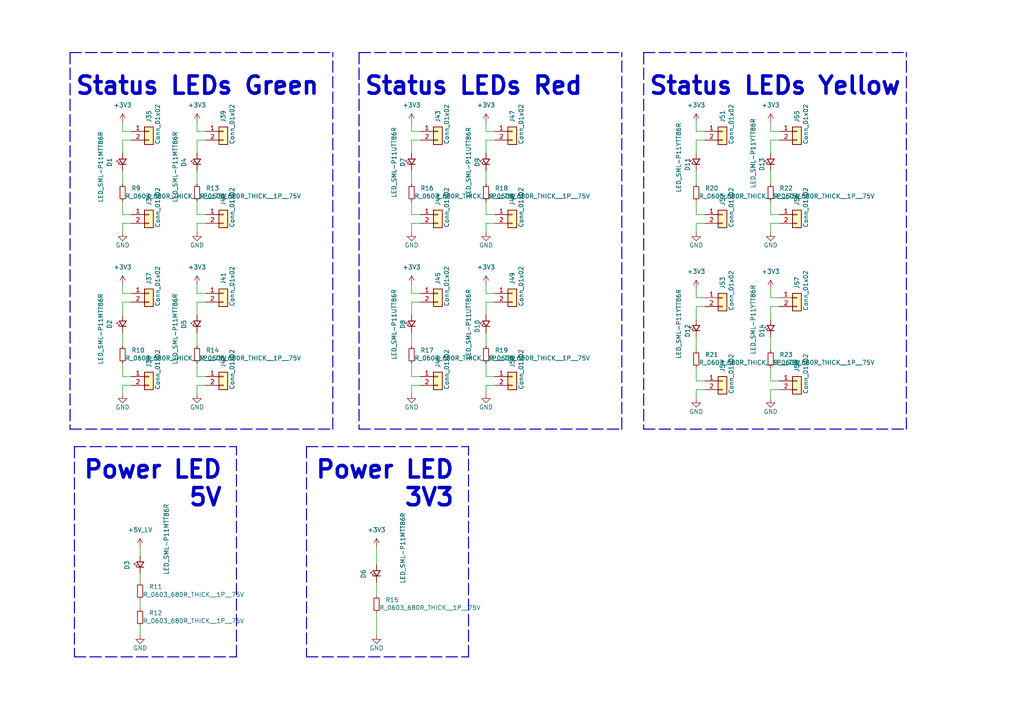
<source format=kicad_sch>
(kicad_sch (version 20211123) (generator eeschema)
  (paper "A4")
  (title_block (title "LCB-CBD-001: Dock") (date "2022-08-12") (rev "0.1") (company "PADERBORN UNIVERSITY DEPARTMENT OF POWER ELECTRONICS AND ELECTRICAL DRIVES"))
  (lib_symbols
    (symbol "LEA_SymbolLibrary:+3V3" (power) (pin_numbers hide) (pin_names (offset 0))
      (property "Value" "+3V3" (at 0 3.81 0))
      (symbol "+3V3_1_1"
        (polyline (pts (xy -0.762 1.27) (xy 0 2.54)))
        (polyline (pts (xy 0 0) (xy 0 2.54)))
        (polyline (pts (xy 0 2.54) (xy 0.762 1.27)))
        (pin power_in line (at 0 0 90) (length 0) hide (name "+3V3") (number "1"))
      )
    )
    (symbol "LEA_SymbolLibrary:+5V_LV" (power) (pin_numbers hide) (pin_names (offset 0))
      (property "Value" "+5V_LV" (at 0 5.08 0))
      (symbol "+5V_LV_1_1"
        (polyline (pts (xy -0.762 1.27) (xy 0 2.54)))
        (polyline (pts (xy 0 0) (xy 0 2.54)))
        (polyline (pts (xy 0 2.54) (xy 0.762 1.27)))
        (pin power_in line (at 0 0 90) (length 0) hide (name "+5V_LV") (number "1"))
      )
    )
    (symbol "LEA_SymbolLibrary:Conn_01x02" (pin_names (offset 1.016) hide)
      (property "Reference" "J" (at -1.27 2.54 0))
      (property "Value" "Conn_01x02" (at 0 -5.08 0))
      (symbol "Conn_01x02_1_1"
        (rectangle (start -1.27 -2.413) (end 0 -2.667) (stroke (width 0.1524)))
        (rectangle (start -1.27 0.127) (end 0 -0.127) (stroke (width 0.1524)))
        (rectangle (start -1.27 1.27) (end 1.27 -3.81) (stroke (width 0.254)) (fill (type background)))
        (pin passive line (at -5.08 0 0) (length 3.81) (name "Pin_1") (number "1"))
        (pin passive line (at -5.08 -2.54 0) (length 3.81) (name "Pin_2") (number "2"))
      )
    )
    (symbol "LEA_SymbolLibrary:GND" (power) (pin_numbers hide) (pin_names (offset 0))
      (property "Value" "GND" (at 0 -5.08 0))
      (symbol "GND_1_1"
        (polyline (pts (xy 0 0) (xy 0 -1.27) (xy 1.27 -1.27) (xy 0 -2.54) (xy -1.27 -1.27) (xy 0 -1.27)))
        (pin power_in line (at 0 0 90) (length 0) hide (name "GND") (number "1"))
      )
    )
    (symbol "LEA_SymbolLibrary:LED_0402_G_1mA_SML-P11MTT86R" (pin_numbers hide) (pin_names (offset 1.016) hide)
      (property "Reference" "D" (at 0 5.08 0))
      (property "Value" "LED_0402_G_1mA_SML-P11MTT86R" (at 0 2.54 0))
      (symbol "LED_0402_G_1mA_SML-P11MTT86R_1_1"
        (polyline (pts (xy -0.6604 -1.0414) (xy -0.6604 0.9906)) (stroke (width 0.254)))
        (polyline (pts (xy 0.8636 -1.0414) (xy -0.6604 -0.0254) (xy 0.8636 0.9906) (xy 0.8636 -1.0414)) (stroke (width 0.254)))
        (polyline (pts (xy 0.1016 0.7366) (xy -0.4064 1.2446) (xy -0.1524 1.2446) (xy -0.4064 1.2446) (xy -0.4064 0.9906)))
        (polyline (pts (xy 0.6096 1.2446) (xy 0.1016 1.7526) (xy 0.3556 1.7526) (xy 0.1016 1.7526) (xy 0.1016 1.4986)))
        (pin passive line (at 2.54 0 180) (length 1.6002) (name "A") (number "A"))
        (pin passive line (at -2.54 0 0) (length 1.778) (name "C") (number "C"))
      )
    )
    (symbol "LEA_SymbolLibrary:LED_0402_R_1mA_SML-P11UTT86R" (pin_numbers hide) (pin_names (offset 1.016) hide)
      (property "Reference" "D" (at 0 5.08 0))
      (property "Value" "LED_0402_R_1mA_SML-P11UTT86R" (at 0 2.54 0))
      (symbol "LED_0402_R_1mA_SML-P11UTT86R_1_1"
        (polyline (pts (xy -0.6604 -1.0414) (xy -0.6604 0.9906)) (stroke (width 0.254)))
        (polyline (pts (xy 0.8636 -1.0414) (xy -0.6604 -0.0254) (xy 0.8636 0.9906) (xy 0.8636 -1.0414)) (stroke (width 0.254)))
        (polyline (pts (xy 0.1016 0.7366) (xy -0.4064 1.2446) (xy -0.1524 1.2446) (xy -0.4064 1.2446) (xy -0.4064 0.9906)))
        (polyline (pts (xy 0.6096 1.2446) (xy 0.1016 1.7526) (xy 0.3556 1.7526) (xy 0.1016 1.7526) (xy 0.1016 1.4986)))
        (pin passive line (at 2.54 0 180) (length 1.6002) (name "A") (number "A"))
        (pin passive line (at -2.54 0 0) (length 1.778) (name "C") (number "C"))
      )
    )
    (symbol "LEA_SymbolLibrary:LED_0402_Y_1mA_SML-P11YTT86R" (pin_numbers hide) (pin_names (offset 1.016) hide)
      (property "Reference" "D" (at 0 5.08 0))
      (property "Value" "LED_0402_Y_1mA_SML-P11YTT86R" (at 0 2.54 0))
      (symbol "LED_0402_Y_1mA_SML-P11YTT86R_1_1"
        (polyline (pts (xy -0.6604 -1.0414) (xy -0.6604 0.9906)) (stroke (width 0.254)))
        (polyline (pts (xy 0.8636 -1.0414) (xy -0.6604 -0.0254) (xy 0.8636 0.9906) (xy 0.8636 -1.0414)) (stroke (width 0.254)))
        (polyline (pts (xy 0.1016 0.7366) (xy -0.4064 1.2446) (xy -0.1524 1.2446) (xy -0.4064 1.2446) (xy -0.4064 0.9906)))
        (polyline (pts (xy 0.6096 1.2446) (xy 0.1016 1.7526) (xy 0.3556 1.7526) (xy 0.1016 1.7526) (xy 0.1016 1.4986)))
        (pin passive line (at 2.54 0 180) (length 1.6002) (name "A") (number "A"))
        (pin passive line (at -2.54 0 0) (length 1.778) (name "C") (number "C"))
      )
    )
    (symbol "LEA_SymbolLibrary:R_0603_680R_THICK__1P__75V" (pin_numbers hide) (pin_names (offset 0.254) hide)
      (property "Reference" "R" (at 0.762 0.508 0))
      (property "Value" "R_0603_680R_THICK__1P__75V" (at 0.762 -1.016 0))
      (symbol "R_0603_680R_THICK__1P__75V_0_1"
        (rectangle (start -0.762 1.778) (end 0.762 -1.778) (stroke (width 0.2032)))
      )
      (symbol "R_0603_680R_THICK__1P__75V_1_1"
        (pin passive line (at 0 2.54 270) (length 0.762) (name "~") (number "1"))
        (pin passive line (at 0 -2.54 90) (length 0.762) (name "~") (number "2"))
      )
    )
  )
  (polyline (pts (xy 186.69 124.46) (xy 262.89 124.46)) (stroke (width 0.3) (type dash)))
  (wire (pts (xy 35.56 111.76) (xy 35.56 114.3)))
  (wire (pts (xy 204.47 113.03) (xy 201.93 113.03)))
  (wire (pts (xy 140.97 40.64) (xy 143.51 40.64)))
  (polyline (pts (xy 186.69 15.24) (xy 262.89 15.24)) (stroke (width 0.3) (type dash)))
  (polyline (pts (xy 104.14 15.24) (xy 180.34 15.24)) (stroke (width 0.3) (type dash)))
  (wire (pts (xy 223.52 106.68) (xy 223.52 110.49)))
  (wire (pts (xy 226.06 113.03) (xy 223.52 113.03)))
  (wire (pts (xy 35.56 96.52) (xy 35.56 100.33)))
  (wire (pts (xy 57.15 109.22) (xy 59.69 109.22)))
  (polyline (pts (xy 186.69 15.24) (xy 186.69 124.46)) (stroke (width 0.3) (type dash)))
  (wire (pts (xy 119.38 64.77) (xy 119.38 67.31)))
  (wire (pts (xy 35.56 38.1) (xy 38.1 38.1)))
  (wire (pts (xy 140.97 87.63) (xy 140.97 91.44)))
  (wire (pts (xy 201.93 83.82) (xy 201.93 86.36)))
  (wire (pts (xy 35.56 35.56) (xy 35.56 38.1)))
  (wire (pts (xy 38.1 111.76) (xy 35.56 111.76)))
  (wire (pts (xy 119.38 87.63) (xy 119.38 91.44)))
  (wire (pts (xy 143.51 111.76) (xy 140.97 111.76)))
  (wire (pts (xy 140.97 40.64) (xy 140.97 44.45)))
  (wire (pts (xy 201.93 40.64) (xy 201.93 44.45)))
  (polyline (pts (xy 135.89 190.5) (xy 135.89 129.54)) (stroke (width 0.3) (type dash)))
  (wire (pts (xy 35.56 64.77) (xy 35.56 67.31)))
  (wire (pts (xy 109.22 177.8) (xy 109.22 184.15)))
  (wire (pts (xy 57.15 49.53) (xy 57.15 53.34)))
  (wire (pts (xy 140.97 109.22) (xy 143.51 109.22)))
  (wire (pts (xy 119.38 87.63) (xy 121.92 87.63)))
  (wire (pts (xy 40.64 173.99) (xy 40.64 176.53)))
  (wire (pts (xy 201.93 58.42) (xy 201.93 62.23)))
  (wire (pts (xy 119.38 109.22) (xy 121.92 109.22)))
  (wire (pts (xy 119.38 82.55) (xy 119.38 85.09)))
  (wire (pts (xy 57.15 87.63) (xy 57.15 91.44)))
  (wire (pts (xy 201.93 106.68) (xy 201.93 110.49)))
  (wire (pts (xy 35.56 40.64) (xy 35.56 44.45)))
  (polyline (pts (xy 21.59 129.54) (xy 68.58 129.54)) (stroke (width 0.3) (type dash)))
  (wire (pts (xy 143.51 64.77) (xy 140.97 64.77)))
  (polyline (pts (xy 20.32 15.24) (xy 20.32 124.46)) (stroke (width 0.3) (type dash)))
  (wire (pts (xy 119.38 96.52) (xy 119.38 100.33)))
  (wire (pts (xy 201.93 62.23) (xy 204.47 62.23)))
  (wire (pts (xy 201.93 35.56) (xy 201.93 38.1)))
  (wire (pts (xy 223.52 88.9) (xy 223.52 92.71)))
  (wire (pts (xy 223.52 35.56) (xy 223.52 38.1)))
  (wire (pts (xy 201.93 64.77) (xy 201.93 67.31)))
  (wire (pts (xy 201.93 113.03) (xy 201.93 115.57)))
  (polyline (pts (xy 96.52 124.46) (xy 96.52 15.24)) (stroke (width 0.3) (type dash)))
  (wire (pts (xy 57.15 40.64) (xy 57.15 44.45)))
  (wire (pts (xy 226.06 64.77) (xy 223.52 64.77)))
  (wire (pts (xy 57.15 40.64) (xy 59.69 40.64)))
  (wire (pts (xy 119.38 40.64) (xy 121.92 40.64)))
  (wire (pts (xy 119.38 35.56) (xy 119.38 38.1)))
  (wire (pts (xy 201.93 40.64) (xy 204.47 40.64)))
  (wire (pts (xy 119.38 62.23) (xy 121.92 62.23)))
  (wire (pts (xy 201.93 49.53) (xy 201.93 53.34)))
  (polyline (pts (xy 20.32 15.24) (xy 96.52 15.24)) (stroke (width 0.3) (type dash)))
  (polyline (pts (xy 88.9 129.54) (xy 135.89 129.54)) (stroke (width 0.3) (type dash)))
  (wire (pts (xy 201.93 88.9) (xy 201.93 92.71)))
  (wire (pts (xy 59.69 111.76) (xy 57.15 111.76)))
  (wire (pts (xy 223.52 88.9) (xy 226.06 88.9)))
  (wire (pts (xy 140.97 64.77) (xy 140.97 67.31)))
  (wire (pts (xy 109.22 168.91) (xy 109.22 172.72)))
  (wire (pts (xy 119.38 85.09) (xy 121.92 85.09)))
  (wire (pts (xy 40.64 181.61) (xy 40.64 184.15)))
  (wire (pts (xy 40.64 158.75) (xy 40.64 161.29)))
  (wire (pts (xy 140.97 38.1) (xy 143.51 38.1)))
  (wire (pts (xy 119.38 105.41) (xy 119.38 109.22)))
  (wire (pts (xy 119.38 111.76) (xy 119.38 114.3)))
  (polyline (pts (xy 20.32 124.46) (xy 96.52 124.46)) (stroke (width 0.3) (type dash)))
  (wire (pts (xy 35.56 40.64) (xy 38.1 40.64)))
  (polyline (pts (xy 88.9 190.5) (xy 135.89 190.5)) (stroke (width 0.3) (type dash)))
  (wire (pts (xy 201.93 110.49) (xy 204.47 110.49)))
  (wire (pts (xy 119.38 38.1) (xy 121.92 38.1)))
  (wire (pts (xy 119.38 40.64) (xy 119.38 44.45)))
  (polyline (pts (xy 262.89 124.46) (xy 262.89 15.24)) (stroke (width 0.3) (type dash)))
  (wire (pts (xy 40.64 166.37) (xy 40.64 168.91)))
  (wire (pts (xy 57.15 96.52) (xy 57.15 100.33)))
  (wire (pts (xy 57.15 111.76) (xy 57.15 114.3)))
  (wire (pts (xy 140.97 49.53) (xy 140.97 53.34)))
  (wire (pts (xy 57.15 82.55) (xy 57.15 85.09)))
  (wire (pts (xy 119.38 58.42) (xy 119.38 62.23)))
  (wire (pts (xy 201.93 38.1) (xy 204.47 38.1)))
  (wire (pts (xy 38.1 64.77) (xy 35.56 64.77)))
  (polyline (pts (xy 104.14 124.46) (xy 180.34 124.46)) (stroke (width 0.3) (type dash)))
  (wire (pts (xy 35.56 87.63) (xy 38.1 87.63)))
  (wire (pts (xy 223.52 64.77) (xy 223.52 67.31)))
  (wire (pts (xy 57.15 105.41) (xy 57.15 109.22)))
  (wire (pts (xy 140.97 105.41) (xy 140.97 109.22)))
  (wire (pts (xy 121.92 64.77) (xy 119.38 64.77)))
  (wire (pts (xy 119.38 49.53) (xy 119.38 53.34)))
  (wire (pts (xy 223.52 38.1) (xy 226.06 38.1)))
  (wire (pts (xy 201.93 97.79) (xy 201.93 101.6)))
  (wire (pts (xy 35.56 49.53) (xy 35.56 53.34)))
  (polyline (pts (xy 180.34 124.46) (xy 180.34 15.24)) (stroke (width 0.3) (type dash)))
  (wire (pts (xy 201.93 88.9) (xy 204.47 88.9)))
  (wire (pts (xy 223.52 49.53) (xy 223.52 53.34)))
  (wire (pts (xy 223.52 97.79) (xy 223.52 101.6)))
  (polyline (pts (xy 88.9 129.54) (xy 88.9 190.5)) (stroke (width 0.3) (type dash)))
  (wire (pts (xy 223.52 83.82) (xy 223.52 86.36)))
  (wire (pts (xy 57.15 35.56) (xy 57.15 38.1)))
  (wire (pts (xy 35.56 58.42) (xy 35.56 62.23)))
  (wire (pts (xy 57.15 64.77) (xy 57.15 67.31)))
  (wire (pts (xy 201.93 86.36) (xy 204.47 86.36)))
  (wire (pts (xy 35.56 87.63) (xy 35.56 91.44)))
  (wire (pts (xy 59.69 64.77) (xy 57.15 64.77)))
  (polyline (pts (xy 21.59 129.54) (xy 21.59 190.5)) (stroke (width 0.3) (type dash)))
  (wire (pts (xy 140.97 82.55) (xy 140.97 85.09)))
  (polyline (pts (xy 104.14 15.24) (xy 104.14 124.46)) (stroke (width 0.3) (type dash)))
  (wire (pts (xy 57.15 38.1) (xy 59.69 38.1)))
  (wire (pts (xy 140.97 85.09) (xy 143.51 85.09)))
  (wire (pts (xy 109.22 158.75) (xy 109.22 163.83)))
  (wire (pts (xy 35.56 105.41) (xy 35.56 109.22)))
  (wire (pts (xy 57.15 87.63) (xy 59.69 87.63)))
  (wire (pts (xy 140.97 62.23) (xy 143.51 62.23)))
  (wire (pts (xy 223.52 86.36) (xy 226.06 86.36)))
  (wire (pts (xy 223.52 110.49) (xy 226.06 110.49)))
  (wire (pts (xy 223.52 40.64) (xy 223.52 44.45)))
  (wire (pts (xy 223.52 113.03) (xy 223.52 115.57)))
  (wire (pts (xy 35.56 82.55) (xy 35.56 85.09)))
  (wire (pts (xy 140.97 111.76) (xy 140.97 114.3)))
  (wire (pts (xy 121.92 111.76) (xy 119.38 111.76)))
  (polyline (pts (xy 68.58 190.5) (xy 68.58 129.54)) (stroke (width 0.3) (type dash)))
  (wire (pts (xy 223.52 62.23) (xy 226.06 62.23)))
  (wire (pts (xy 57.15 58.42) (xy 57.15 62.23)))
  (wire (pts (xy 57.15 62.23) (xy 59.69 62.23)))
  (wire (pts (xy 140.97 87.63) (xy 143.51 87.63)))
  (wire (pts (xy 35.56 62.23) (xy 38.1 62.23)))
  (wire (pts (xy 57.15 85.09) (xy 59.69 85.09)))
  (wire (pts (xy 140.97 58.42) (xy 140.97 62.23)))
  (wire (pts (xy 223.52 40.64) (xy 226.06 40.64)))
  (wire (pts (xy 140.97 96.52) (xy 140.97 100.33)))
  (wire (pts (xy 35.56 85.09) (xy 38.1 85.09)))
  (wire (pts (xy 140.97 35.56) (xy 140.97 38.1)))
  (polyline (pts (xy 21.59 190.5) (xy 68.58 190.5)) (stroke (width 0.3) (type dash)))
  (wire (pts (xy 204.47 64.77) (xy 201.93 64.77)))
  (wire (pts (xy 35.56 109.22) (xy 38.1 109.22)))
  (wire (pts (xy 223.52 58.42) (xy 223.52 62.23)))
  (text "Power LED\n5V" (at 64.77 147.32 180) (effects (font (size 5 5) (thickness 1) bold) (justify right bottom)))
  (text "Status LEDs Red" (at 105.41 27.94 0) (effects (font (size 5 5) (thickness 1) bold) (justify left bottom)))
  (text "Power LED\n3V3" (at 132.08 147.32 180) (effects (font (size 5 5) (thickness 1) bold) (justify right bottom)))
  (text "Status LEDs Yellow" (at 187.96 27.94 0) (effects (font (size 5 5) (thickness 1) bold) (justify left bottom)))
  (text "Status LEDs Green" (at 21.59 27.94 0) (effects (font (size 5 5) (thickness 1) bold) (justify left bottom)))
  (symbol (lib_id "LEA_SymbolLibrary:R_0603_680R_THICK__1P__75V") (at 119.38 55.88 0) (unit 1)
    (property "Reference" "R16" (at 121.92 54.61 0) (effects (justify left)))
    (property "Value" "R_0603_680R_THICK__1P__75V" (at 120.142 56.896 0) (effects (justify left)))
    (property "Footprint" "LEA_FootprintLibrary:R_0603" (effects hide))
    (property "Manufacturer" "Vishay" (effects hide))
    (property "manf#" "CRCW0603680RFKEAC" (effects hide))
    (property "mouser#" "71-CRCW0603680RFKEAC" (effects hide))
  )
  (symbol (lib_id "LEA_SymbolLibrary:+3V3") (at 140.97 82.55 0) (unit 1)
    (property "Reference" "#PWR048" (effects hide))
    (property "Value" "+3V3" (at 140.97 77.47 0))
  )
  (symbol (lib_id "LEA_SymbolLibrary:GND") (at 201.93 67.31 0) (unit 1)
    (property "Reference" "#PWR051" (effects hide))
    (property "Value" "GND" (at 201.93 71.12 0))
  )
  (symbol (lib_id "LEA_SymbolLibrary:LED_0402_G_1mA_SML-P11MTT86R") (at 57.15 46.99 90) (unit 1)
    (property "Reference" "D4" (at 53.34 45.72 0) (effects (justify right)))
    (property "Value" "LED_SML-P11MTT86R" (at 50.8 38.1 0) (effects (justify right)))
    (property "Footprint" "LEA_FootprintLibrary:LED_0402" (effects hide))
    (property "Datasheet" "https://fscdn.rohm.com/en/products/databook/datasheet/opto/led/chip_mono/sml-p11-e.pdf" (effects hide))
    (property "Manufacturer" "ROHM Semiconductor" (effects hide))
    (property "Mouser No" "755-SML-P11MTT86R" (effects hide))
    (property "Mfr. No" "SML-P11MTT86R" (effects hide))
    (property "mouser#" "755-SML-P11MTT86R" (effects hide))
    (property "manf#" "SML-P11MTT86R" (effects hide))
  )
  (symbol (lib_id "LEA_SymbolLibrary:Conn_01x02") (at 231.14 86.36 0) (unit 1)
    (property "Reference" "J57" (at 231.14 83.82 90) (effects (justify left)))
    (property "Value" "Conn_01x02" (at 233.68 90.17 90) (effects (justify left)))
    (property "Footprint" "LEA_FootprintLibrary:PinHeader_1x02_P2.54mm_Vertical" (effects hide))
    (property "Datasheet" "https://www.mouser.de/datasheet/2/181/M20-999-1218971.pdf" (effects hide))
    (property "Manufacturer" "Harwin" (effects hide))
    (property "Mouser No." " 855-M20-9990245" (effects hide))
    (property "mouser#" " 855-M20-9990245" (effects hide))
    (property "manf#" "M20-9990245" (effects hide))
  )
  (symbol (lib_id "LEA_SymbolLibrary:R_0603_680R_THICK__1P__75V") (at 201.93 104.14 0) (unit 1)
    (property "Reference" "R21" (at 204.47 102.87 0) (effects (justify left)))
    (property "Value" "R_0603_680R_THICK__1P__75V" (at 202.692 105.156 0) (effects (justify left)))
    (property "Footprint" "LEA_FootprintLibrary:R_0603" (effects hide))
    (property "Manufacturer" "Vishay" (effects hide))
    (property "manf#" "CRCW0603680RFKEAC" (effects hide))
    (property "mouser#" "71-CRCW0603680RFKEAC" (effects hide))
  )
  (symbol (lib_id "LEA_SymbolLibrary:GND") (at 201.93 115.57 0) (unit 1)
    (property "Reference" "#PWR053" (effects hide))
    (property "Value" "GND" (at 201.93 119.38 0))
  )
  (symbol (lib_id "LEA_SymbolLibrary:+3V3") (at 119.38 82.55 0) (unit 1)
    (property "Reference" "#PWR044" (effects hide))
    (property "Value" "+3V3" (at 119.38 77.47 0))
  )
  (symbol (lib_id "LEA_SymbolLibrary:LED_0402_G_1mA_SML-P11MTT86R") (at 57.15 93.98 90) (unit 1)
    (property "Reference" "D5" (at 53.34 92.71 0) (effects (justify right)))
    (property "Value" "LED_SML-P11MTT86R" (at 50.8 85.09 0) (effects (justify right)))
    (property "Footprint" "LEA_FootprintLibrary:LED_0402" (effects hide))
    (property "Datasheet" "https://fscdn.rohm.com/en/products/databook/datasheet/opto/led/chip_mono/sml-p11-e.pdf" (effects hide))
    (property "Manufacturer" "ROHM Semiconductor" (effects hide))
    (property "Mouser No" "755-SML-P11MTT86R" (effects hide))
    (property "Mfr. No" "SML-P11MTT86R" (effects hide))
    (property "mouser#" "755-SML-P11MTT86R" (effects hide))
    (property "manf#" "SML-P11MTT86R" (effects hide))
  )
  (symbol (lib_id "LEA_SymbolLibrary:Conn_01x02") (at 209.55 38.1 0) (unit 1)
    (property "Reference" "J51" (at 209.55 35.56 90) (effects (justify left)))
    (property "Value" "Conn_01x02" (at 212.09 41.91 90) (effects (justify left)))
    (property "Footprint" "LEA_FootprintLibrary:PinHeader_1x02_P2.54mm_Vertical" (effects hide))
    (property "Datasheet" "https://www.mouser.de/datasheet/2/181/M20-999-1218971.pdf" (effects hide))
    (property "Manufacturer" "Harwin" (effects hide))
    (property "Mouser No." " 855-M20-9990245" (effects hide))
    (property "mouser#" " 855-M20-9990245" (effects hide))
    (property "manf#" "M20-9990245" (effects hide))
  )
  (symbol (lib_id "LEA_SymbolLibrary:GND") (at 119.38 67.31 0) (unit 1)
    (property "Reference" "#PWR043" (effects hide))
    (property "Value" "GND" (at 119.38 71.12 0))
  )
  (symbol (lib_id "LEA_SymbolLibrary:R_0603_680R_THICK__1P__75V") (at 35.56 102.87 0) (unit 1)
    (property "Reference" "R10" (at 38.1 101.6 0) (effects (justify left)))
    (property "Value" "R_0603_680R_THICK__1P__75V" (at 36.322 103.886 0) (effects (justify left)))
    (property "Footprint" "LEA_FootprintLibrary:R_0603" (effects hide))
    (property "Manufacturer" "Vishay" (effects hide))
    (property "manf#" "CRCW0603680RFKEAC" (effects hide))
    (property "mouser#" "71-CRCW0603680RFKEAC" (effects hide))
  )
  (symbol (lib_id "LEA_SymbolLibrary:Conn_01x02") (at 148.59 62.23 0) (unit 1)
    (property "Reference" "J48" (at 148.59 59.69 90) (effects (justify left)))
    (property "Value" "Conn_01x02" (at 151.13 66.04 90) (effects (justify left)))
    (property "Footprint" "LEA_FootprintLibrary:PinHeader_1x02_P2.54mm_Vertical" (effects hide))
    (property "Datasheet" "https://www.mouser.de/datasheet/2/181/M20-999-1218971.pdf" (effects hide))
    (property "Manufacturer" "Harwin" (effects hide))
    (property "Mouser No." " 855-M20-9990245" (effects hide))
    (property "mouser#" " 855-M20-9990245" (effects hide))
    (property "manf#" "M20-9990245" (effects hide))
  )
  (symbol (lib_id "LEA_SymbolLibrary:LED_0402_Y_1mA_SML-P11YTT86R") (at 223.52 46.99 90) (unit 1)
    (property "Reference" "D13" (at 220.98 45.72 0) (effects (justify right)))
    (property "Value" "LED_SML-P11YTT86R" (at 218.44 34.29 0) (effects (justify right)))
    (property "Footprint" "LEA_FootprintLibrary:LED_0402" (effects hide))
    (property "Datasheet" "https://fscdn.rohm.com/en/products/databook/datasheet/opto/led/chip_mono/sml-p11-e.pdf" (effects hide))
    (property "Manufacturer" "ROHM Semiconductor" (effects hide))
    (property "Mouser No" "755-SML-P11YTT86R" (effects hide))
    (property "Mfr. No" "SML-P11YTT86R" (effects hide))
    (property "mouser#" "755-SML-P11YTT86R" (effects hide))
    (property "manf#" "SML-P11YTT86R" (effects hide))
  )
  (symbol (lib_id "LEA_SymbolLibrary:LED_0402_G_1mA_SML-P11MTT86R") (at 109.22 166.37 90) (unit 1)
    (property "Reference" "D6" (at 105.41 165.1 0) (effects (justify right)))
    (property "Value" "LED_SML-P11MTT86R" (at 116.84 148.59 0) (effects (justify right)))
    (property "Footprint" "LEA_FootprintLibrary:LED_0402" (effects hide))
    (property "Datasheet" "https://fscdn.rohm.com/en/products/databook/datasheet/opto/led/chip_mono/sml-p11-e.pdf" (effects hide))
    (property "Manufacturer" "ROHM Semiconductor" (effects hide))
    (property "Mouser No" "755-SML-P11MTT86R" (effects hide))
    (property "Mfr. No" "SML-P11MTT86R" (effects hide))
    (property "mouser#" "755-SML-P11MTT86R" (effects hide))
    (property "manf#" "SML-P11MTT86R" (effects hide))
  )
  (symbol (lib_id "LEA_SymbolLibrary:Conn_01x02") (at 64.77 62.23 0) (unit 1)
    (property "Reference" "J40" (at 64.77 59.69 90) (effects (justify left)))
    (property "Value" "Conn_01x02" (at 67.31 66.04 90) (effects (justify left)))
    (property "Footprint" "LEA_FootprintLibrary:PinHeader_1x02_P2.54mm_Vertical" (effects hide))
    (property "Datasheet" "https://www.mouser.de/datasheet/2/181/M20-999-1218971.pdf" (effects hide))
    (property "Manufacturer" "Harwin" (effects hide))
    (property "Mouser No." " 855-M20-9990245" (effects hide))
    (property "mouser#" " 855-M20-9990245" (effects hide))
    (property "manf#" "M20-9990245" (effects hide))
  )
  (symbol (lib_id "LEA_SymbolLibrary:LED_0402_G_1mA_SML-P11MTT86R") (at 40.64 163.83 90) (unit 1)
    (property "Reference" "D3" (at 36.83 162.56 0) (effects (justify right)))
    (property "Value" "LED_SML-P11MTT86R" (at 48.26 146.05 0) (effects (justify right)))
    (property "Footprint" "LEA_FootprintLibrary:LED_0402" (effects hide))
    (property "Datasheet" "https://fscdn.rohm.com/en/products/databook/datasheet/opto/led/chip_mono/sml-p11-e.pdf" (effects hide))
    (property "Manufacturer" "ROHM Semiconductor" (effects hide))
    (property "Mouser No" "755-SML-P11MTT86R" (effects hide))
    (property "Mfr. No" "SML-P11MTT86R" (effects hide))
    (property "mouser#" "755-SML-P11MTT86R" (effects hide))
    (property "manf#" "SML-P11MTT86R" (effects hide))
  )
  (symbol (lib_id "LEA_SymbolLibrary:Conn_01x02") (at 148.59 85.09 0) (unit 1)
    (property "Reference" "J49" (at 148.59 82.55 90) (effects (justify left)))
    (property "Value" "Conn_01x02" (at 151.13 88.9 90) (effects (justify left)))
    (property "Footprint" "LEA_FootprintLibrary:PinHeader_1x02_P2.54mm_Vertical" (effects hide))
    (property "Datasheet" "https://www.mouser.de/datasheet/2/181/M20-999-1218971.pdf" (effects hide))
    (property "Manufacturer" "Harwin" (effects hide))
    (property "Mouser No." " 855-M20-9990245" (effects hide))
    (property "mouser#" " 855-M20-9990245" (effects hide))
    (property "manf#" "M20-9990245" (effects hide))
  )
  (symbol (lib_id "LEA_SymbolLibrary:GND") (at 40.64 184.15 0) (unit 1)
    (property "Reference" "#PWR035" (effects hide))
    (property "Value" "GND" (at 40.64 187.96 0))
  )
  (symbol (lib_id "LEA_SymbolLibrary:Conn_01x02") (at 64.77 38.1 0) (unit 1)
    (property "Reference" "J39" (at 64.77 35.56 90) (effects (justify left)))
    (property "Value" "Conn_01x02" (at 67.31 41.91 90) (effects (justify left)))
    (property "Footprint" "LEA_FootprintLibrary:PinHeader_1x02_P2.54mm_Vertical" (effects hide))
    (property "Datasheet" "https://www.mouser.de/datasheet/2/181/M20-999-1218971.pdf" (effects hide))
    (property "Manufacturer" "Harwin" (effects hide))
    (property "Mouser No." " 855-M20-9990245" (effects hide))
    (property "mouser#" " 855-M20-9990245" (effects hide))
    (property "manf#" "M20-9990245" (effects hide))
  )
  (symbol (lib_id "LEA_SymbolLibrary:LED_0402_G_1mA_SML-P11MTT86R") (at 35.56 46.99 90) (unit 1)
    (property "Reference" "D1" (at 31.75 45.72 0) (effects (justify right)))
    (property "Value" "LED_SML-P11MTT86R" (at 29.21 38.1 0) (effects (justify right)))
    (property "Footprint" "LEA_FootprintLibrary:LED_0402" (effects hide))
    (property "Datasheet" "https://fscdn.rohm.com/en/products/databook/datasheet/opto/led/chip_mono/sml-p11-e.pdf" (effects hide))
    (property "Manufacturer" "ROHM Semiconductor" (effects hide))
    (property "Mouser No" "755-SML-P11MTT86R" (effects hide))
    (property "Mfr. No" "SML-P11MTT86R" (effects hide))
    (property "mouser#" "755-SML-P11MTT86R" (effects hide))
    (property "manf#" "SML-P11MTT86R" (effects hide))
  )
  (symbol (lib_id "LEA_SymbolLibrary:R_0603_680R_THICK__1P__75V") (at 223.52 55.88 0) (unit 1)
    (property "Reference" "R22" (at 226.06 54.61 0) (effects (justify left)))
    (property "Value" "R_0603_680R_THICK__1P__75V" (at 224.282 56.896 0) (effects (justify left)))
    (property "Footprint" "LEA_FootprintLibrary:R_0603" (effects hide))
    (property "Manufacturer" "Vishay" (effects hide))
    (property "manf#" "CRCW0603680RFKEAC" (effects hide))
    (property "mouser#" "71-CRCW0603680RFKEAC" (effects hide))
  )
  (symbol (lib_id "LEA_SymbolLibrary:Conn_01x02") (at 231.14 62.23 0) (unit 1)
    (property "Reference" "J56" (at 231.14 59.69 90) (effects (justify left)))
    (property "Value" "Conn_01x02" (at 233.68 66.04 90) (effects (justify left)))
    (property "Footprint" "LEA_FootprintLibrary:PinHeader_1x02_P2.54mm_Vertical" (effects hide))
    (property "Datasheet" "https://www.mouser.de/datasheet/2/181/M20-999-1218971.pdf" (effects hide))
    (property "Manufacturer" "Harwin" (effects hide))
    (property "Mouser No." " 855-M20-9990245" (effects hide))
    (property "mouser#" " 855-M20-9990245" (effects hide))
    (property "manf#" "M20-9990245" (effects hide))
  )
  (symbol (lib_id "LEA_SymbolLibrary:Conn_01x02") (at 148.59 109.22 0) (unit 1)
    (property "Reference" "J50" (at 148.59 106.68 90) (effects (justify left)))
    (property "Value" "Conn_01x02" (at 151.13 113.03 90) (effects (justify left)))
    (property "Footprint" "LEA_FootprintLibrary:PinHeader_1x02_P2.54mm_Vertical" (effects hide))
    (property "Datasheet" "https://www.mouser.de/datasheet/2/181/M20-999-1218971.pdf" (effects hide))
    (property "Manufacturer" "Harwin" (effects hide))
    (property "Mouser No." " 855-M20-9990245" (effects hide))
    (property "mouser#" " 855-M20-9990245" (effects hide))
    (property "manf#" "M20-9990245" (effects hide))
  )
  (symbol (lib_id "LEA_SymbolLibrary:+5V_LV") (at 40.64 158.75 0) (unit 1)
    (property "Reference" "#PWR036" (effects hide))
    (property "Value" "+5V_LV" (at 40.64 153.67 0))
  )
  (symbol (lib_id "LEA_SymbolLibrary:R_0603_680R_THICK__1P__75V") (at 109.22 175.26 0) (unit 1)
    (property "Reference" "R15" (at 111.76 173.9899 0) (effects (justify left)))
    (property "Value" "R_0603_680R_THICK__1P__75V" (at 109.982 176.276 0) (effects (justify left)))
    (property "Footprint" "LEA_FootprintLibrary:R_0603" (effects hide))
    (property "Manufacturer" "Vishay" (effects hide))
    (property "manf#" "CRCW0603680RFKEAC" (effects hide))
    (property "mouser#" "71-CRCW0603680RFKEAC" (effects hide))
  )
  (symbol (lib_id "LEA_SymbolLibrary:+3V3") (at 140.97 35.56 0) (unit 1)
    (property "Reference" "#PWR046" (effects hide))
    (property "Value" "+3V3" (at 140.97 30.48 0))
  )
  (symbol (lib_id "LEA_SymbolLibrary:GND") (at 109.22 184.15 0) (unit 1)
    (property "Reference" "#PWR042" (effects hide))
    (property "Value" "GND" (at 109.22 187.96 0))
  )
  (symbol (lib_id "LEA_SymbolLibrary:LED_0402_R_1mA_SML-P11UTT86R") (at 119.38 46.99 90) (unit 1)
    (property "Reference" "D7" (at 116.84 45.72 0) (effects (justify right)))
    (property "Value" "LED_SML-P11UTT86R" (at 114.3 36.83 0) (effects (justify right)))
    (property "Footprint" "LEA_FootprintLibrary:LED_0402" (effects hide))
    (property "Datasheet" "https://fscdn.rohm.com/en/products/databook/datasheet/opto/led/chip_mono/sml-p11-e.pdf" (effects hide))
    (property "Manufacturer" "ROHM Semiconductor" (effects hide))
    (property "Mouser No" "755-SML-P11UTT86R" (effects hide))
    (property "Mfr. No" "SML-P11UTT86R" (effects hide))
    (property "mouser#" "755-SML-P11UTT86R" (effects hide))
    (property "manf#" "SML-P11UTT86R" (effects hide))
  )
  (symbol (lib_id "LEA_SymbolLibrary:LED_0402_R_1mA_SML-P11UTT86R") (at 119.38 93.98 90) (unit 1)
    (property "Reference" "D8" (at 116.84 92.71 0) (effects (justify right)))
    (property "Value" "LED_SML-P11UTT86R" (at 114.3 83.82 0) (effects (justify right)))
    (property "Footprint" "LEA_FootprintLibrary:LED_0402" (effects hide))
    (property "Datasheet" "https://fscdn.rohm.com/en/products/databook/datasheet/opto/led/chip_mono/sml-p11-e.pdf" (effects hide))
    (property "Manufacturer" "ROHM Semiconductor" (effects hide))
    (property "Mouser No" "755-SML-P11UTT86R" (effects hide))
    (property "Mfr. No" "SML-P11UTT86R" (effects hide))
    (property "mouser#" "755-SML-P11UTT86R" (effects hide))
    (property "manf#" "SML-P11UTT86R" (effects hide))
  )
  (symbol (lib_id "LEA_SymbolLibrary:GND") (at 223.52 115.57 0) (unit 1)
    (property "Reference" "#PWR057" (effects hide))
    (property "Value" "GND" (at 223.52 119.38 0))
  )
  (symbol (lib_id "LEA_SymbolLibrary:Conn_01x02") (at 127 38.1 0) (unit 1)
    (property "Reference" "J43" (at 127 35.56 90) (effects (justify left)))
    (property "Value" "Conn_01x02" (at 129.54 41.91 90) (effects (justify left)))
    (property "Footprint" "LEA_FootprintLibrary:PinHeader_1x02_P2.54mm_Vertical" (effects hide))
    (property "Datasheet" "https://www.mouser.de/datasheet/2/181/M20-999-1218971.pdf" (effects hide))
    (property "Manufacturer" "Harwin" (effects hide))
    (property "Mouser No." " 855-M20-9990245" (effects hide))
    (property "mouser#" " 855-M20-9990245" (effects hide))
    (property "manf#" "M20-9990245" (effects hide))
  )
  (symbol (lib_id "LEA_SymbolLibrary:+3V3") (at 57.15 82.55 0) (unit 1)
    (property "Reference" "#PWR039" (effects hide))
    (property "Value" "+3V3" (at 57.15 77.47 0))
  )
  (symbol (lib_id "LEA_SymbolLibrary:Conn_01x02") (at 43.18 62.23 0) (unit 1)
    (property "Reference" "J36" (at 43.18 59.69 90) (effects (justify left)))
    (property "Value" "Conn_01x02" (at 45.72 66.04 90) (effects (justify left)))
    (property "Footprint" "LEA_FootprintLibrary:PinHeader_1x02_P2.54mm_Vertical" (effects hide))
    (property "Datasheet" "https://www.mouser.de/datasheet/2/181/M20-999-1218971.pdf" (effects hide))
    (property "Manufacturer" "Harwin" (effects hide))
    (property "Mouser No." " 855-M20-9990245" (effects hide))
    (property "mouser#" " 855-M20-9990245" (effects hide))
    (property "manf#" "M20-9990245" (effects hide))
  )
  (symbol (lib_id "LEA_SymbolLibrary:LED_0402_Y_1mA_SML-P11YTT86R") (at 201.93 46.99 90) (unit 1)
    (property "Reference" "D11" (at 199.39 45.72 0) (effects (justify right)))
    (property "Value" "LED_SML-P11YTT86R" (at 196.85 35.56 0) (effects (justify right)))
    (property "Footprint" "LEA_FootprintLibrary:LED_0402" (effects hide))
    (property "Datasheet" "https://fscdn.rohm.com/en/products/databook/datasheet/opto/led/chip_mono/sml-p11-e.pdf" (effects hide))
    (property "Manufacturer" "ROHM Semiconductor" (effects hide))
    (property "Mouser No" "755-SML-P11YTT86R" (effects hide))
    (property "Mfr. No" "SML-P11YTT86R" (effects hide))
    (property "mouser#" "755-SML-P11YTT86R" (effects hide))
    (property "manf#" "SML-P11YTT86R" (effects hide))
  )
  (symbol (lib_id "LEA_SymbolLibrary:LED_0402_R_1mA_SML-P11UTT86R") (at 140.97 93.98 90) (unit 1)
    (property "Reference" "D10" (at 138.43 92.71 0) (effects (justify right)))
    (property "Value" "LED_SML-P11UTT86R" (at 135.89 83.82 0) (effects (justify right)))
    (property "Footprint" "LEA_FootprintLibrary:LED_0402" (effects hide))
    (property "Datasheet" "https://fscdn.rohm.com/en/products/databook/datasheet/opto/led/chip_mono/sml-p11-e.pdf" (effects hide))
    (property "Manufacturer" "ROHM Semiconductor" (effects hide))
    (property "Mouser No" "755-SML-P11UTT86R" (effects hide))
    (property "Mfr. No" "SML-P11UTT86R" (effects hide))
    (property "mouser#" "755-SML-P11UTT86R" (effects hide))
    (property "manf#" "SML-P11UTT86R" (effects hide))
  )
  (symbol (lib_id "LEA_SymbolLibrary:Conn_01x02") (at 148.59 38.1 0) (unit 1)
    (property "Reference" "J47" (at 148.59 35.56 90) (effects (justify left)))
    (property "Value" "Conn_01x02" (at 151.13 41.91 90) (effects (justify left)))
    (property "Footprint" "LEA_FootprintLibrary:PinHeader_1x02_P2.54mm_Vertical" (effects hide))
    (property "Datasheet" "https://www.mouser.de/datasheet/2/181/M20-999-1218971.pdf" (effects hide))
    (property "Manufacturer" "Harwin" (effects hide))
    (property "Mouser No." " 855-M20-9990245" (effects hide))
    (property "mouser#" " 855-M20-9990245" (effects hide))
    (property "manf#" "M20-9990245" (effects hide))
  )
  (symbol (lib_id "LEA_SymbolLibrary:R_0603_680R_THICK__1P__75V") (at 57.15 55.88 0) (unit 1)
    (property "Reference" "R13" (at 59.69 54.61 0) (effects (justify left)))
    (property "Value" "R_0603_680R_THICK__1P__75V" (at 57.912 56.896 0) (effects (justify left)))
    (property "Footprint" "LEA_FootprintLibrary:R_0603" (effects hide))
    (property "Manufacturer" "Vishay" (effects hide))
    (property "manf#" "CRCW0603680RFKEAC" (effects hide))
    (property "mouser#" "71-CRCW0603680RFKEAC" (effects hide))
  )
  (symbol (lib_id "LEA_SymbolLibrary:GND") (at 35.56 67.31 0) (unit 1)
    (property "Reference" "#PWR032" (effects hide))
    (property "Value" "GND" (at 35.56 71.12 0))
  )
  (symbol (lib_id "LEA_SymbolLibrary:Conn_01x02") (at 64.77 85.09 0) (unit 1)
    (property "Reference" "J41" (at 64.77 82.55 90) (effects (justify left)))
    (property "Value" "Conn_01x02" (at 67.31 88.9 90) (effects (justify left)))
    (property "Footprint" "LEA_FootprintLibrary:PinHeader_1x02_P2.54mm_Vertical" (effects hide))
    (property "Datasheet" "https://www.mouser.de/datasheet/2/181/M20-999-1218971.pdf" (effects hide))
    (property "Manufacturer" "Harwin" (effects hide))
    (property "Mouser No." " 855-M20-9990245" (effects hide))
    (property "mouser#" " 855-M20-9990245" (effects hide))
    (property "manf#" "M20-9990245" (effects hide))
  )
  (symbol (lib_id "LEA_SymbolLibrary:Conn_01x02") (at 43.18 85.09 0) (unit 1)
    (property "Reference" "J37" (at 43.18 82.55 90) (effects (justify left)))
    (property "Value" "Conn_01x02" (at 45.72 88.9 90) (effects (justify left)))
    (property "Footprint" "LEA_FootprintLibrary:PinHeader_1x02_P2.54mm_Vertical" (effects hide))
    (property "Datasheet" "https://www.mouser.de/datasheet/2/181/M20-999-1218971.pdf" (effects hide))
    (property "Manufacturer" "Harwin" (effects hide))
    (property "Mouser No." " 855-M20-9990245" (effects hide))
    (property "mouser#" " 855-M20-9990245" (effects hide))
    (property "manf#" "M20-9990245" (effects hide))
  )
  (symbol (lib_id "LEA_SymbolLibrary:R_0603_680R_THICK__1P__75V") (at 40.64 171.45 0) (unit 1)
    (property "Reference" "R11" (at 43.18 170.1799 0) (effects (justify left)))
    (property "Value" "R_0603_680R_THICK__1P__75V" (at 41.402 172.466 0) (effects (justify left)))
    (property "Footprint" "LEA_FootprintLibrary:R_0603" (effects hide))
    (property "Manufacturer" "Vishay" (effects hide))
    (property "manf#" "CRCW0603680RFKEAC" (effects hide))
    (property "mouser#" "71-CRCW0603680RFKEAC" (effects hide))
  )
  (symbol (lib_id "LEA_SymbolLibrary:GND") (at 57.15 114.3 0) (unit 1)
    (property "Reference" "#PWR040" (effects hide))
    (property "Value" "GND" (at 57.15 118.11 0))
  )
  (symbol (lib_id "LEA_SymbolLibrary:+3V3") (at 35.56 35.56 0) (unit 1)
    (property "Reference" "#PWR031" (effects hide))
    (property "Value" "+3V3" (at 35.56 30.48 0))
  )
  (symbol (lib_id "LEA_SymbolLibrary:Conn_01x02") (at 127 62.23 0) (unit 1)
    (property "Reference" "J44" (at 127 59.69 90) (effects (justify left)))
    (property "Value" "Conn_01x02" (at 129.54 66.04 90) (effects (justify left)))
    (property "Footprint" "LEA_FootprintLibrary:PinHeader_1x02_P2.54mm_Vertical" (effects hide))
    (property "Datasheet" "https://www.mouser.de/datasheet/2/181/M20-999-1218971.pdf" (effects hide))
    (property "Manufacturer" "Harwin" (effects hide))
    (property "Mouser No." " 855-M20-9990245" (effects hide))
    (property "mouser#" " 855-M20-9990245" (effects hide))
    (property "manf#" "M20-9990245" (effects hide))
  )
  (symbol (lib_id "LEA_SymbolLibrary:Conn_01x02") (at 43.18 38.1 0) (unit 1)
    (property "Reference" "J35" (at 43.18 35.56 90) (effects (justify left)))
    (property "Value" "Conn_01x02" (at 45.72 41.91 90) (effects (justify left)))
    (property "Footprint" "LEA_FootprintLibrary:PinHeader_1x02_P2.54mm_Vertical" (effects hide))
    (property "Datasheet" "https://www.mouser.de/datasheet/2/181/M20-999-1218971.pdf" (effects hide))
    (property "Manufacturer" "Harwin" (effects hide))
    (property "Mouser No." " 855-M20-9990245" (effects hide))
    (property "mouser#" " 855-M20-9990245" (effects hide))
    (property "manf#" "M20-9990245" (effects hide))
  )
  (symbol (lib_id "LEA_SymbolLibrary:GND") (at 223.52 67.31 0) (unit 1)
    (property "Reference" "#PWR055" (effects hide))
    (property "Value" "GND" (at 223.52 71.12 0))
  )
  (symbol (lib_id "LEA_SymbolLibrary:+3V3") (at 223.52 35.56 0) (unit 1)
    (property "Reference" "#PWR054" (effects hide))
    (property "Value" "+3V3" (at 223.52 30.48 0))
  )
  (symbol (lib_id "LEA_SymbolLibrary:R_0603_680R_THICK__1P__75V") (at 201.93 55.88 0) (unit 1)
    (property "Reference" "R20" (at 204.47 54.61 0) (effects (justify left)))
    (property "Value" "R_0603_680R_THICK__1P__75V" (at 202.692 56.896 0) (effects (justify left)))
    (property "Footprint" "LEA_FootprintLibrary:R_0603" (effects hide))
    (property "Manufacturer" "Vishay" (effects hide))
    (property "manf#" "CRCW0603680RFKEAC" (effects hide))
    (property "mouser#" "71-CRCW0603680RFKEAC" (effects hide))
  )
  (symbol (lib_id "LEA_SymbolLibrary:Conn_01x02") (at 231.14 38.1 0) (unit 1)
    (property "Reference" "J55" (at 231.14 35.56 90) (effects (justify left)))
    (property "Value" "Conn_01x02" (at 233.68 41.91 90) (effects (justify left)))
    (property "Footprint" "LEA_FootprintLibrary:PinHeader_1x02_P2.54mm_Vertical" (effects hide))
    (property "Datasheet" "https://www.mouser.de/datasheet/2/181/M20-999-1218971.pdf" (effects hide))
    (property "Manufacturer" "Harwin" (effects hide))
    (property "Mouser No." " 855-M20-9990245" (effects hide))
    (property "mouser#" " 855-M20-9990245" (effects hide))
    (property "manf#" "M20-9990245" (effects hide))
  )
  (symbol (lib_id "LEA_SymbolLibrary:Conn_01x02") (at 231.14 110.49 0) (unit 1)
    (property "Reference" "J58" (at 231.14 107.95 90) (effects (justify left)))
    (property "Value" "Conn_01x02" (at 233.68 114.3 90) (effects (justify left)))
    (property "Footprint" "LEA_FootprintLibrary:PinHeader_1x02_P2.54mm_Vertical" (effects hide))
    (property "Datasheet" "https://www.mouser.de/datasheet/2/181/M20-999-1218971.pdf" (effects hide))
    (property "Manufacturer" "Harwin" (effects hide))
    (property "Mouser No." " 855-M20-9990245" (effects hide))
    (property "mouser#" " 855-M20-9990245" (effects hide))
    (property "manf#" "M20-9990245" (effects hide))
  )
  (symbol (lib_id "LEA_SymbolLibrary:R_0603_680R_THICK__1P__75V") (at 119.38 102.87 0) (unit 1)
    (property "Reference" "R17" (at 121.92 101.6 0) (effects (justify left)))
    (property "Value" "R_0603_680R_THICK__1P__75V" (at 120.142 103.886 0) (effects (justify left)))
    (property "Footprint" "LEA_FootprintLibrary:R_0603" (effects hide))
    (property "Manufacturer" "Vishay" (effects hide))
    (property "manf#" "CRCW0603680RFKEAC" (effects hide))
    (property "mouser#" "71-CRCW0603680RFKEAC" (effects hide))
  )
  (symbol (lib_id "LEA_SymbolLibrary:Conn_01x02") (at 43.18 109.22 0) (unit 1)
    (property "Reference" "J38" (at 43.18 106.68 90) (effects (justify left)))
    (property "Value" "Conn_01x02" (at 45.72 113.03 90) (effects (justify left)))
    (property "Footprint" "LEA_FootprintLibrary:PinHeader_1x02_P2.54mm_Vertical" (effects hide))
    (property "Datasheet" "https://www.mouser.de/datasheet/2/181/M20-999-1218971.pdf" (effects hide))
    (property "Manufacturer" "Harwin" (effects hide))
    (property "Mouser No." " 855-M20-9990245" (effects hide))
    (property "mouser#" " 855-M20-9990245" (effects hide))
    (property "manf#" "M20-9990245" (effects hide))
  )
  (symbol (lib_id "LEA_SymbolLibrary:+3V3") (at 201.93 83.82 0) (unit 1)
    (property "Reference" "#PWR052" (effects hide))
    (property "Value" "+3V3" (at 201.93 78.74 0))
  )
  (symbol (lib_id "LEA_SymbolLibrary:LED_0402_R_1mA_SML-P11UTT86R") (at 140.97 46.99 90) (unit 1)
    (property "Reference" "D9" (at 138.43 45.72 0) (effects (justify right)))
    (property "Value" "LED_SML-P11UTT86R" (at 135.89 36.83 0) (effects (justify right)))
    (property "Footprint" "LEA_FootprintLibrary:LED_0402" (effects hide))
    (property "Datasheet" "https://fscdn.rohm.com/en/products/databook/datasheet/opto/led/chip_mono/sml-p11-e.pdf" (effects hide))
    (property "Manufacturer" "ROHM Semiconductor" (effects hide))
    (property "Mouser No" "755-SML-P11UTT86R" (effects hide))
    (property "Mfr. No" "SML-P11UTT86R" (effects hide))
    (property "mouser#" "755-SML-P11UTT86R" (effects hide))
    (property "manf#" "SML-P11UTT86R" (effects hide))
  )
  (symbol (lib_id "LEA_SymbolLibrary:+3V3") (at 35.56 82.55 0) (unit 1)
    (property "Reference" "#PWR033" (effects hide))
    (property "Value" "+3V3" (at 35.56 77.47 0))
  )
  (symbol (lib_id "LEA_SymbolLibrary:Conn_01x02") (at 127 85.09 0) (unit 1)
    (property "Reference" "J45" (at 127 82.55 90) (effects (justify left)))
    (property "Value" "Conn_01x02" (at 129.54 88.9 90) (effects (justify left)))
    (property "Footprint" "LEA_FootprintLibrary:PinHeader_1x02_P2.54mm_Vertical" (effects hide))
    (property "Datasheet" "https://www.mouser.de/datasheet/2/181/M20-999-1218971.pdf" (effects hide))
    (property "Manufacturer" "Harwin" (effects hide))
    (property "Mouser No." " 855-M20-9990245" (effects hide))
    (property "mouser#" " 855-M20-9990245" (effects hide))
    (property "manf#" "M20-9990245" (effects hide))
  )
  (symbol (lib_id "LEA_SymbolLibrary:LED_0402_Y_1mA_SML-P11YTT86R") (at 201.93 95.25 90) (unit 1)
    (property "Reference" "D12" (at 199.39 93.98 0) (effects (justify right)))
    (property "Value" "LED_SML-P11YTT86R" (at 196.85 83.82 0) (effects (justify right)))
    (property "Footprint" "LEA_FootprintLibrary:LED_0402" (effects hide))
    (property "Datasheet" "https://fscdn.rohm.com/en/products/databook/datasheet/opto/led/chip_mono/sml-p11-e.pdf" (effects hide))
    (property "Manufacturer" "ROHM Semiconductor" (effects hide))
    (property "Mouser No" "755-SML-P11YTT86R" (effects hide))
    (property "Mfr. No" "SML-P11YTT86R" (effects hide))
    (property "mouser#" "755-SML-P11YTT86R" (effects hide))
    (property "manf#" "SML-P11YTT86R" (effects hide))
  )
  (symbol (lib_id "LEA_SymbolLibrary:GND") (at 57.15 67.31 0) (unit 1)
    (property "Reference" "#PWR038" (effects hide))
    (property "Value" "GND" (at 57.15 71.12 0))
  )
  (symbol (lib_id "LEA_SymbolLibrary:R_0603_680R_THICK__1P__75V") (at 140.97 55.88 0) (unit 1)
    (property "Reference" "R18" (at 143.51 54.61 0) (effects (justify left)))
    (property "Value" "R_0603_680R_THICK__1P__75V" (at 141.732 56.896 0) (effects (justify left)))
    (property "Footprint" "LEA_FootprintLibrary:R_0603" (effects hide))
    (property "Manufacturer" "Vishay" (effects hide))
    (property "manf#" "CRCW0603680RFKEAC" (effects hide))
    (property "mouser#" "71-CRCW0603680RFKEAC" (effects hide))
  )
  (symbol (lib_id "LEA_SymbolLibrary:Conn_01x02") (at 209.55 110.49 0) (unit 1)
    (property "Reference" "J54" (at 209.55 107.95 90) (effects (justify left)))
    (property "Value" "Conn_01x02" (at 212.09 114.3 90) (effects (justify left)))
    (property "Footprint" "LEA_FootprintLibrary:PinHeader_1x02_P2.54mm_Vertical" (effects hide))
    (property "Datasheet" "https://www.mouser.de/datasheet/2/181/M20-999-1218971.pdf" (effects hide))
    (property "Manufacturer" "Harwin" (effects hide))
    (property "Mouser No." " 855-M20-9990245" (effects hide))
    (property "mouser#" " 855-M20-9990245" (effects hide))
    (property "manf#" "M20-9990245" (effects hide))
  )
  (symbol (lib_id "LEA_SymbolLibrary:R_0603_680R_THICK__1P__75V") (at 57.15 102.87 0) (unit 1)
    (property "Reference" "R14" (at 59.69 101.6 0) (effects (justify left)))
    (property "Value" "R_0603_680R_THICK__1P__75V" (at 57.912 103.886 0) (effects (justify left)))
    (property "Footprint" "LEA_FootprintLibrary:R_0603" (effects hide))
    (property "Manufacturer" "Vishay" (effects hide))
    (property "manf#" "CRCW0603680RFKEAC" (effects hide))
    (property "mouser#" "71-CRCW0603680RFKEAC" (effects hide))
  )
  (symbol (lib_id "LEA_SymbolLibrary:GND") (at 140.97 114.3 0) (unit 1)
    (property "Reference" "#PWR049" (effects hide))
    (property "Value" "GND" (at 140.97 118.11 0))
  )
  (symbol (lib_id "LEA_SymbolLibrary:R_0603_680R_THICK__1P__75V") (at 40.64 179.07 0) (unit 1)
    (property "Reference" "R12" (at 43.18 177.7999 0) (effects (justify left)))
    (property "Value" "R_0603_680R_THICK__1P__75V" (at 41.402 180.086 0) (effects (justify left)))
    (property "Footprint" "LEA_FootprintLibrary:R_0603" (effects hide))
    (property "Manufacturer" "Vishay" (effects hide))
    (property "manf#" "CRCW0603680RFKEAC" (effects hide))
    (property "mouser#" "71-CRCW0603680RFKEAC" (effects hide))
  )
  (symbol (lib_id "LEA_SymbolLibrary:+3V3") (at 119.38 35.56 0) (unit 1)
    (property "Reference" "#PWR0101" (effects hide))
    (property "Value" "+3V3" (at 119.38 30.48 0))
  )
  (symbol (lib_id "LEA_SymbolLibrary:+3V3") (at 223.52 83.82 0) (unit 1)
    (property "Reference" "#PWR056" (effects hide))
    (property "Value" "+3V3" (at 223.52 78.74 0))
  )
  (symbol (lib_id "LEA_SymbolLibrary:Conn_01x02") (at 209.55 62.23 0) (unit 1)
    (property "Reference" "J52" (at 209.55 59.69 90) (effects (justify left)))
    (property "Value" "Conn_01x02" (at 212.09 66.04 90) (effects (justify left)))
    (property "Footprint" "LEA_FootprintLibrary:PinHeader_1x02_P2.54mm_Vertical" (effects hide))
    (property "Datasheet" "https://www.mouser.de/datasheet/2/181/M20-999-1218971.pdf" (effects hide))
    (property "Manufacturer" "Harwin" (effects hide))
    (property "Mouser No." " 855-M20-9990245" (effects hide))
    (property "mouser#" " 855-M20-9990245" (effects hide))
    (property "manf#" "M20-9990245" (effects hide))
  )
  (symbol (lib_id "LEA_SymbolLibrary:R_0603_680R_THICK__1P__75V") (at 140.97 102.87 0) (unit 1)
    (property "Reference" "R19" (at 143.51 101.6 0) (effects (justify left)))
    (property "Value" "R_0603_680R_THICK__1P__75V" (at 141.732 103.886 0) (effects (justify left)))
    (property "Footprint" "LEA_FootprintLibrary:R_0603" (effects hide))
    (property "Manufacturer" "Vishay" (effects hide))
    (property "manf#" "CRCW0603680RFKEAC" (effects hide))
    (property "mouser#" "71-CRCW0603680RFKEAC" (effects hide))
  )
  (symbol (lib_id "LEA_SymbolLibrary:GND") (at 140.97 67.31 0) (unit 1)
    (property "Reference" "#PWR047" (effects hide))
    (property "Value" "GND" (at 140.97 71.12 0))
  )
  (symbol (lib_id "LEA_SymbolLibrary:+3V3") (at 57.15 35.56 0) (unit 1)
    (property "Reference" "#PWR037" (effects hide))
    (property "Value" "+3V3" (at 57.15 30.48 0))
  )
  (symbol (lib_id "LEA_SymbolLibrary:Conn_01x02") (at 64.77 109.22 0) (unit 1)
    (property "Reference" "J42" (at 64.77 106.68 90) (effects (justify left)))
    (property "Value" "Conn_01x02" (at 67.31 113.03 90) (effects (justify left)))
    (property "Footprint" "LEA_FootprintLibrary:PinHeader_1x02_P2.54mm_Vertical" (effects hide))
    (property "Datasheet" "https://www.mouser.de/datasheet/2/181/M20-999-1218971.pdf" (effects hide))
    (property "Manufacturer" "Harwin" (effects hide))
    (property "Mouser No." " 855-M20-9990245" (effects hide))
    (property "mouser#" " 855-M20-9990245" (effects hide))
    (property "manf#" "M20-9990245" (effects hide))
  )
  (symbol (lib_id "LEA_SymbolLibrary:+3V3") (at 201.93 35.56 0) (unit 1)
    (property "Reference" "#PWR050" (effects hide))
    (property "Value" "+3V3" (at 201.93 30.48 0))
  )
  (symbol (lib_id "LEA_SymbolLibrary:Conn_01x02") (at 127 109.22 0) (unit 1)
    (property "Reference" "J46" (at 127 106.68 90) (effects (justify left)))
    (property "Value" "Conn_01x02" (at 129.54 113.03 90) (effects (justify left)))
    (property "Footprint" "LEA_FootprintLibrary:PinHeader_1x02_P2.54mm_Vertical" (effects hide))
    (property "Datasheet" "https://www.mouser.de/datasheet/2/181/M20-999-1218971.pdf" (effects hide))
    (property "Manufacturer" "Harwin" (effects hide))
    (property "Mouser No." " 855-M20-9990245" (effects hide))
    (property "mouser#" " 855-M20-9990245" (effects hide))
    (property "manf#" "M20-9990245" (effects hide))
  )
  (symbol (lib_id "LEA_SymbolLibrary:Conn_01x02") (at 209.55 86.36 0) (unit 1)
    (property "Reference" "J53" (at 209.55 83.82 90) (effects (justify left)))
    (property "Value" "Conn_01x02" (at 212.09 90.17 90) (effects (justify left)))
    (property "Footprint" "LEA_FootprintLibrary:PinHeader_1x02_P2.54mm_Vertical" (effects hide))
    (property "Datasheet" "https://www.mouser.de/datasheet/2/181/M20-999-1218971.pdf" (effects hide))
    (property "Manufacturer" "Harwin" (effects hide))
    (property "Mouser No." " 855-M20-9990245" (effects hide))
    (property "mouser#" " 855-M20-9990245" (effects hide))
    (property "manf#" "M20-9990245" (effects hide))
  )
  (symbol (lib_id "LEA_SymbolLibrary:R_0603_680R_THICK__1P__75V") (at 35.56 55.88 0) (unit 1)
    (property "Reference" "R9" (at 38.1 54.61 0) (effects (justify left)))
    (property "Value" "R_0603_680R_THICK__1P__75V" (at 36.322 56.896 0) (effects (justify left)))
    (property "Footprint" "LEA_FootprintLibrary:R_0603" (effects hide))
    (property "Manufacturer" "Vishay" (effects hide))
    (property "manf#" "CRCW0603680RFKEAC" (effects hide))
    (property "mouser#" "71-CRCW0603680RFKEAC" (effects hide))
  )
  (symbol (lib_id "LEA_SymbolLibrary:LED_0402_G_1mA_SML-P11MTT86R") (at 35.56 93.98 90) (unit 1)
    (property "Reference" "D2" (at 31.75 92.71 0) (effects (justify right)))
    (property "Value" "LED_SML-P11MTT86R" (at 29.21 85.09 0) (effects (justify right)))
    (property "Footprint" "LEA_FootprintLibrary:LED_0402" (effects hide))
    (property "Datasheet" "https://fscdn.rohm.com/en/products/databook/datasheet/opto/led/chip_mono/sml-p11-e.pdf" (effects hide))
    (property "Manufacturer" "ROHM Semiconductor" (effects hide))
    (property "Mouser No" "755-SML-P11MTT86R" (effects hide))
    (property "Mfr. No" "SML-P11MTT86R" (effects hide))
    (property "mouser#" "755-SML-P11MTT86R" (effects hide))
    (property "manf#" "SML-P11MTT86R" (effects hide))
  )
  (symbol (lib_id "LEA_SymbolLibrary:LED_0402_Y_1mA_SML-P11YTT86R") (at 223.52 95.25 90) (unit 1)
    (property "Reference" "D14" (at 220.98 93.98 0) (effects (justify right)))
    (property "Value" "LED_SML-P11YTT86R" (at 218.44 82.55 0) (effects (justify right)))
    (property "Footprint" "LEA_FootprintLibrary:LED_0402" (effects hide))
    (property "Datasheet" "https://fscdn.rohm.com/en/products/databook/datasheet/opto/led/chip_mono/sml-p11-e.pdf" (effects hide))
    (property "Manufacturer" "ROHM Semiconductor" (effects hide))
    (property "Mouser No" "755-SML-P11YTT86R" (effects hide))
    (property "Mfr. No" "SML-P11YTT86R" (effects hide))
    (property "mouser#" "755-SML-P11YTT86R" (effects hide))
    (property "manf#" "SML-P11YTT86R" (effects hide))
  )
  (symbol (lib_id "LEA_SymbolLibrary:R_0603_680R_THICK__1P__75V") (at 223.52 104.14 0) (unit 1)
    (property "Reference" "R23" (at 226.06 102.87 0) (effects (justify left)))
    (property "Value" "R_0603_680R_THICK__1P__75V" (at 224.282 105.156 0) (effects (justify left)))
    (property "Footprint" "LEA_FootprintLibrary:R_0603" (effects hide))
    (property "Manufacturer" "Vishay" (effects hide))
    (property "manf#" "CRCW0603680RFKEAC" (effects hide))
    (property "mouser#" "71-CRCW0603680RFKEAC" (effects hide))
  )
  (symbol (lib_id "LEA_SymbolLibrary:GND") (at 35.56 114.3 0) (unit 1)
    (property "Reference" "#PWR034" (effects hide))
    (property "Value" "GND" (at 35.56 118.11 0))
  )
  (symbol (lib_id "LEA_SymbolLibrary:GND") (at 119.38 114.3 0) (unit 1)
    (property "Reference" "#PWR045" (effects hide))
    (property "Value" "GND" (at 119.38 118.11 0))
  )
  (symbol (lib_id "LEA_SymbolLibrary:+3V3") (at 109.22 158.75 0) (unit 1)
    (property "Reference" "#PWR041" (effects hide))
    (property "Value" "+3V3" (at 109.22 153.67 0))
  )
)
</source>
